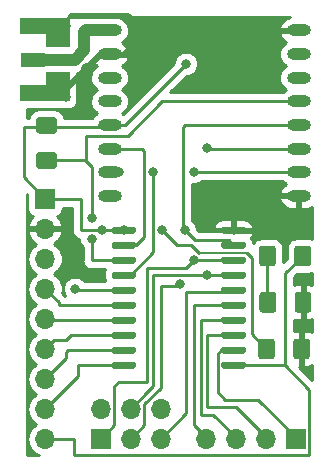
<source format=gbr>
%TF.GenerationSoftware,KiCad,Pcbnew,(5.99.0-1365-gd87daebb2)*%
%TF.CreationDate,2020-06-05T15:16:42+02:00*%
%TF.ProjectId,LORA_ATTINY_v3,4c4f5241-5f41-4545-9449-4e595f76332e,rev?*%
%TF.SameCoordinates,Original*%
%TF.FileFunction,Copper,L1,Top*%
%TF.FilePolarity,Positive*%
%FSLAX46Y46*%
G04 Gerber Fmt 4.6, Leading zero omitted, Abs format (unit mm)*
G04 Created by KiCad (PCBNEW (5.99.0-1365-gd87daebb2)) date 2020-06-05 15:16:42*
%MOMM*%
%LPD*%
G01*
G04 APERTURE LIST*
%TA.AperFunction,SMDPad,CuDef*%
%ADD10O,2.000000X1.000000*%
%TD*%
%TA.AperFunction,ComponentPad*%
%ADD11O,1.700000X1.700000*%
%TD*%
%TA.AperFunction,ComponentPad*%
%ADD12R,1.700000X1.700000*%
%TD*%
%TA.AperFunction,ComponentPad*%
%ADD13R,2.100000X1.200000*%
%TD*%
%TA.AperFunction,ViaPad*%
%ADD14C,0.800000*%
%TD*%
%TA.AperFunction,Conductor*%
%ADD15C,0.250000*%
%TD*%
%TA.AperFunction,Conductor*%
%ADD16C,0.500000*%
%TD*%
%TA.AperFunction,Conductor*%
%ADD17C,1.000000*%
%TD*%
%TA.AperFunction,Conductor*%
%ADD18C,0.200000*%
%TD*%
%TA.AperFunction,Conductor*%
%ADD19C,0.254000*%
%TD*%
G04 APERTURE END LIST*
D10*
%TO.P,RFM95,1,GND*%
%TO.N,GND*%
X112268000Y-46228000D03*
%TO.P,RFM95,2,MISO*%
%TO.N,MISO*%
X112268000Y-44228000D03*
%TO.P,RFM95,3,MOSI*%
%TO.N,MOSI*%
X112268000Y-42228000D03*
%TO.P,RFM95,4,SCK*%
%TO.N,SCK*%
X112268000Y-40228000D03*
%TO.P,RFM95,5,NSS*%
%TO.N,NSS*%
X112268000Y-38228000D03*
%TO.P,RFM95,6,RESET*%
%TO.N,N/C*%
X112268000Y-36228000D03*
%TO.P,RFM95,7,DIO5*%
X112268000Y-34228000D03*
%TO.P,RFM95,8,GND*%
%TO.N,GND*%
X112268000Y-32228000D03*
%TO.P,RFM95,9,ANT*%
%TO.N,Net-(ANT1-Pad1)*%
X96268000Y-32228000D03*
%TO.P,RFM95,10,GND*%
%TO.N,GND*%
X96268000Y-34228000D03*
%TO.P,RFM95,11,DIO3*%
%TO.N,N/C*%
X96268000Y-36228000D03*
%TO.P,RFM95,12,DIO4*%
X96268000Y-38228000D03*
%TO.P,RFM95,13,3.3V*%
%TO.N,+3V3*%
X96268000Y-40228000D03*
%TO.P,RFM95,14,DIO0*%
%TO.N,DIO0*%
X96268000Y-42228000D03*
%TO.P,RFM95,15,DIO1*%
%TO.N,DIO1*%
X96268000Y-44228000D03*
%TO.P,RFM95,16,DIO2*%
%TO.N,N/C*%
X96268000Y-46228000D03*
%TD*%
D11*
%TO.P,J2,4,Pin_4*%
%TO.N,PC3*%
X104394000Y-66802000D03*
%TO.P,J2,3,Pin_3*%
%TO.N,PC2*%
X106934000Y-66802000D03*
%TO.P,J2,2,Pin_2*%
%TO.N,PC1*%
X109474000Y-66802000D03*
D12*
%TO.P,J2,1,Pin_1*%
%TO.N,PC0*%
X112014000Y-66802000D03*
%TD*%
D11*
%TO.P,J1,9,Pin_9*%
%TO.N,PB0*%
X90805000Y-66802000D03*
%TO.P,J1,8,Pin_8*%
%TO.N,PB1*%
X90805000Y-64262000D03*
%TO.P,J1,7,Pin_7*%
%TO.N,PB2*%
X90805000Y-61722000D03*
%TO.P,J1,6,Pin_6*%
%TO.N,PB3*%
X90805000Y-59182000D03*
%TO.P,J1,5,Pin_5*%
%TO.N,PB4*%
X90805000Y-56642000D03*
%TO.P,J1,4,Pin_4*%
%TO.N,PB5*%
X90805000Y-54102000D03*
%TO.P,J1,3,Pin_3*%
%TO.N,PA7*%
X90805000Y-51562000D03*
%TO.P,J1,2,Pin_2*%
%TO.N,GND*%
X90805000Y-49022000D03*
D12*
%TO.P,J1,1,Pin_1*%
%TO.N,+3V3*%
X90805000Y-46482000D03*
%TD*%
%TO.P,C2,2*%
%TO.N,GND*%
%TA.AperFunction,SMDPad,CuDef*%
G36*
G01*
X111809500Y-59807000D02*
X111809500Y-58557000D01*
G75*
G02*
X112059500Y-58307000I250000J0D01*
G01*
X112984500Y-58307000D01*
G75*
G02*
X113234500Y-58557000I0J-250000D01*
G01*
X113234500Y-59807000D01*
G75*
G02*
X112984500Y-60057000I-250000J0D01*
G01*
X112059500Y-60057000D01*
G75*
G02*
X111809500Y-59807000I0J250000D01*
G01*
G37*
%TD.AperFunction*%
%TO.P,C2,1*%
%TO.N,+3V3*%
%TA.AperFunction,SMDPad,CuDef*%
G36*
G01*
X108834500Y-59807000D02*
X108834500Y-58557000D01*
G75*
G02*
X109084500Y-58307000I250000J0D01*
G01*
X110009500Y-58307000D01*
G75*
G02*
X110259500Y-58557000I0J-250000D01*
G01*
X110259500Y-59807000D01*
G75*
G02*
X110009500Y-60057000I-250000J0D01*
G01*
X109084500Y-60057000D01*
G75*
G02*
X108834500Y-59807000I0J250000D01*
G01*
G37*
%TD.AperFunction*%
%TD*%
%TO.P,U1,20,GND*%
%TO.N,GND*%
%TA.AperFunction,SMDPad,CuDef*%
G36*
G01*
X105733000Y-49299000D02*
X105733000Y-48999000D01*
G75*
G02*
X105883000Y-48849000I150000J0D01*
G01*
X107633000Y-48849000D01*
G75*
G02*
X107783000Y-48999000I0J-150000D01*
G01*
X107783000Y-49299000D01*
G75*
G02*
X107633000Y-49449000I-150000J0D01*
G01*
X105883000Y-49449000D01*
G75*
G02*
X105733000Y-49299000I0J150000D01*
G01*
G37*
%TD.AperFunction*%
%TO.P,U1,19,PA3*%
%TO.N,SCK*%
%TA.AperFunction,SMDPad,CuDef*%
G36*
G01*
X105733000Y-50569000D02*
X105733000Y-50269000D01*
G75*
G02*
X105883000Y-50119000I150000J0D01*
G01*
X107633000Y-50119000D01*
G75*
G02*
X107783000Y-50269000I0J-150000D01*
G01*
X107783000Y-50569000D01*
G75*
G02*
X107633000Y-50719000I-150000J0D01*
G01*
X105883000Y-50719000D01*
G75*
G02*
X105733000Y-50569000I0J150000D01*
G01*
G37*
%TD.AperFunction*%
%TO.P,U1,18,PA2*%
%TO.N,MISO*%
%TA.AperFunction,SMDPad,CuDef*%
G36*
G01*
X105733000Y-51839000D02*
X105733000Y-51539000D01*
G75*
G02*
X105883000Y-51389000I150000J0D01*
G01*
X107633000Y-51389000D01*
G75*
G02*
X107783000Y-51539000I0J-150000D01*
G01*
X107783000Y-51839000D01*
G75*
G02*
X107633000Y-51989000I-150000J0D01*
G01*
X105883000Y-51989000D01*
G75*
G02*
X105733000Y-51839000I0J150000D01*
G01*
G37*
%TD.AperFunction*%
%TO.P,U1,17,PA1*%
%TO.N,MOSI*%
%TA.AperFunction,SMDPad,CuDef*%
G36*
G01*
X105733000Y-53109000D02*
X105733000Y-52809000D01*
G75*
G02*
X105883000Y-52659000I150000J0D01*
G01*
X107633000Y-52659000D01*
G75*
G02*
X107783000Y-52809000I0J-150000D01*
G01*
X107783000Y-53109000D01*
G75*
G02*
X107633000Y-53259000I-150000J0D01*
G01*
X105883000Y-53259000D01*
G75*
G02*
X105733000Y-53109000I0J150000D01*
G01*
G37*
%TD.AperFunction*%
%TO.P,U1,16,~RESET~/PA0*%
%TO.N,RST*%
%TA.AperFunction,SMDPad,CuDef*%
G36*
G01*
X105733000Y-54379000D02*
X105733000Y-54079000D01*
G75*
G02*
X105883000Y-53929000I150000J0D01*
G01*
X107633000Y-53929000D01*
G75*
G02*
X107783000Y-54079000I0J-150000D01*
G01*
X107783000Y-54379000D01*
G75*
G02*
X107633000Y-54529000I-150000J0D01*
G01*
X105883000Y-54529000D01*
G75*
G02*
X105733000Y-54379000I0J150000D01*
G01*
G37*
%TD.AperFunction*%
%TO.P,U1,15,PC3*%
%TO.N,PC3*%
%TA.AperFunction,SMDPad,CuDef*%
G36*
G01*
X105733000Y-55649000D02*
X105733000Y-55349000D01*
G75*
G02*
X105883000Y-55199000I150000J0D01*
G01*
X107633000Y-55199000D01*
G75*
G02*
X107783000Y-55349000I0J-150000D01*
G01*
X107783000Y-55649000D01*
G75*
G02*
X107633000Y-55799000I-150000J0D01*
G01*
X105883000Y-55799000D01*
G75*
G02*
X105733000Y-55649000I0J150000D01*
G01*
G37*
%TD.AperFunction*%
%TO.P,U1,14,PC2*%
%TO.N,PC2*%
%TA.AperFunction,SMDPad,CuDef*%
G36*
G01*
X105733000Y-56919000D02*
X105733000Y-56619000D01*
G75*
G02*
X105883000Y-56469000I150000J0D01*
G01*
X107633000Y-56469000D01*
G75*
G02*
X107783000Y-56619000I0J-150000D01*
G01*
X107783000Y-56919000D01*
G75*
G02*
X107633000Y-57069000I-150000J0D01*
G01*
X105883000Y-57069000D01*
G75*
G02*
X105733000Y-56919000I0J150000D01*
G01*
G37*
%TD.AperFunction*%
%TO.P,U1,13,PC1*%
%TO.N,PC1*%
%TA.AperFunction,SMDPad,CuDef*%
G36*
G01*
X105733000Y-58189000D02*
X105733000Y-57889000D01*
G75*
G02*
X105883000Y-57739000I150000J0D01*
G01*
X107633000Y-57739000D01*
G75*
G02*
X107783000Y-57889000I0J-150000D01*
G01*
X107783000Y-58189000D01*
G75*
G02*
X107633000Y-58339000I-150000J0D01*
G01*
X105883000Y-58339000D01*
G75*
G02*
X105733000Y-58189000I0J150000D01*
G01*
G37*
%TD.AperFunction*%
%TO.P,U1,12,PC0*%
%TO.N,PC0*%
%TA.AperFunction,SMDPad,CuDef*%
G36*
G01*
X105733000Y-59459000D02*
X105733000Y-59159000D01*
G75*
G02*
X105883000Y-59009000I150000J0D01*
G01*
X107633000Y-59009000D01*
G75*
G02*
X107783000Y-59159000I0J-150000D01*
G01*
X107783000Y-59459000D01*
G75*
G02*
X107633000Y-59609000I-150000J0D01*
G01*
X105883000Y-59609000D01*
G75*
G02*
X105733000Y-59459000I0J150000D01*
G01*
G37*
%TD.AperFunction*%
%TO.P,U1,11,PB0*%
%TO.N,PB0*%
%TA.AperFunction,SMDPad,CuDef*%
G36*
G01*
X105733000Y-60729000D02*
X105733000Y-60429000D01*
G75*
G02*
X105883000Y-60279000I150000J0D01*
G01*
X107633000Y-60279000D01*
G75*
G02*
X107783000Y-60429000I0J-150000D01*
G01*
X107783000Y-60729000D01*
G75*
G02*
X107633000Y-60879000I-150000J0D01*
G01*
X105883000Y-60879000D01*
G75*
G02*
X105733000Y-60729000I0J150000D01*
G01*
G37*
%TD.AperFunction*%
%TO.P,U1,10,PB1*%
%TO.N,PB1*%
%TA.AperFunction,SMDPad,CuDef*%
G36*
G01*
X96433000Y-60729000D02*
X96433000Y-60429000D01*
G75*
G02*
X96583000Y-60279000I150000J0D01*
G01*
X98333000Y-60279000D01*
G75*
G02*
X98483000Y-60429000I0J-150000D01*
G01*
X98483000Y-60729000D01*
G75*
G02*
X98333000Y-60879000I-150000J0D01*
G01*
X96583000Y-60879000D01*
G75*
G02*
X96433000Y-60729000I0J150000D01*
G01*
G37*
%TD.AperFunction*%
%TO.P,U1,9,PB2*%
%TO.N,PB2*%
%TA.AperFunction,SMDPad,CuDef*%
G36*
G01*
X96433000Y-59459000D02*
X96433000Y-59159000D01*
G75*
G02*
X96583000Y-59009000I150000J0D01*
G01*
X98333000Y-59009000D01*
G75*
G02*
X98483000Y-59159000I0J-150000D01*
G01*
X98483000Y-59459000D01*
G75*
G02*
X98333000Y-59609000I-150000J0D01*
G01*
X96583000Y-59609000D01*
G75*
G02*
X96433000Y-59459000I0J150000D01*
G01*
G37*
%TD.AperFunction*%
%TO.P,U1,8,PB3*%
%TO.N,PB3*%
%TA.AperFunction,SMDPad,CuDef*%
G36*
G01*
X96433000Y-58189000D02*
X96433000Y-57889000D01*
G75*
G02*
X96583000Y-57739000I150000J0D01*
G01*
X98333000Y-57739000D01*
G75*
G02*
X98483000Y-57889000I0J-150000D01*
G01*
X98483000Y-58189000D01*
G75*
G02*
X98333000Y-58339000I-150000J0D01*
G01*
X96583000Y-58339000D01*
G75*
G02*
X96433000Y-58189000I0J150000D01*
G01*
G37*
%TD.AperFunction*%
%TO.P,U1,7,PB4*%
%TO.N,PB4*%
%TA.AperFunction,SMDPad,CuDef*%
G36*
G01*
X96433000Y-56919000D02*
X96433000Y-56619000D01*
G75*
G02*
X96583000Y-56469000I150000J0D01*
G01*
X98333000Y-56469000D01*
G75*
G02*
X98483000Y-56619000I0J-150000D01*
G01*
X98483000Y-56919000D01*
G75*
G02*
X98333000Y-57069000I-150000J0D01*
G01*
X96583000Y-57069000D01*
G75*
G02*
X96433000Y-56919000I0J150000D01*
G01*
G37*
%TD.AperFunction*%
%TO.P,U1,6,PB5*%
%TO.N,PB5*%
%TA.AperFunction,SMDPad,CuDef*%
G36*
G01*
X96433000Y-55649000D02*
X96433000Y-55349000D01*
G75*
G02*
X96583000Y-55199000I150000J0D01*
G01*
X98333000Y-55199000D01*
G75*
G02*
X98483000Y-55349000I0J-150000D01*
G01*
X98483000Y-55649000D01*
G75*
G02*
X98333000Y-55799000I-150000J0D01*
G01*
X96583000Y-55799000D01*
G75*
G02*
X96433000Y-55649000I0J150000D01*
G01*
G37*
%TD.AperFunction*%
%TO.P,U1,5,PA7*%
%TO.N,PA7*%
%TA.AperFunction,SMDPad,CuDef*%
G36*
G01*
X96433000Y-54379000D02*
X96433000Y-54079000D01*
G75*
G02*
X96583000Y-53929000I150000J0D01*
G01*
X98333000Y-53929000D01*
G75*
G02*
X98483000Y-54079000I0J-150000D01*
G01*
X98483000Y-54379000D01*
G75*
G02*
X98333000Y-54529000I-150000J0D01*
G01*
X96583000Y-54529000D01*
G75*
G02*
X96433000Y-54379000I0J150000D01*
G01*
G37*
%TD.AperFunction*%
%TO.P,U1,4,PA6*%
%TO.N,DIO1*%
%TA.AperFunction,SMDPad,CuDef*%
G36*
G01*
X96433000Y-53109000D02*
X96433000Y-52809000D01*
G75*
G02*
X96583000Y-52659000I150000J0D01*
G01*
X98333000Y-52659000D01*
G75*
G02*
X98483000Y-52809000I0J-150000D01*
G01*
X98483000Y-53109000D01*
G75*
G02*
X98333000Y-53259000I-150000J0D01*
G01*
X96583000Y-53259000D01*
G75*
G02*
X96433000Y-53109000I0J150000D01*
G01*
G37*
%TD.AperFunction*%
%TO.P,U1,3,PA5*%
%TO.N,NSS*%
%TA.AperFunction,SMDPad,CuDef*%
G36*
G01*
X96433000Y-51839000D02*
X96433000Y-51539000D01*
G75*
G02*
X96583000Y-51389000I150000J0D01*
G01*
X98333000Y-51389000D01*
G75*
G02*
X98483000Y-51539000I0J-150000D01*
G01*
X98483000Y-51839000D01*
G75*
G02*
X98333000Y-51989000I-150000J0D01*
G01*
X96583000Y-51989000D01*
G75*
G02*
X96433000Y-51839000I0J150000D01*
G01*
G37*
%TD.AperFunction*%
%TO.P,U1,2,PA4*%
%TO.N,DIO0*%
%TA.AperFunction,SMDPad,CuDef*%
G36*
G01*
X96433000Y-50569000D02*
X96433000Y-50269000D01*
G75*
G02*
X96583000Y-50119000I150000J0D01*
G01*
X98333000Y-50119000D01*
G75*
G02*
X98483000Y-50269000I0J-150000D01*
G01*
X98483000Y-50569000D01*
G75*
G02*
X98333000Y-50719000I-150000J0D01*
G01*
X96583000Y-50719000D01*
G75*
G02*
X96433000Y-50569000I0J150000D01*
G01*
G37*
%TD.AperFunction*%
%TO.P,U1,1,VCC*%
%TO.N,+3V3*%
%TA.AperFunction,SMDPad,CuDef*%
G36*
G01*
X96433000Y-49299000D02*
X96433000Y-48999000D01*
G75*
G02*
X96583000Y-48849000I150000J0D01*
G01*
X98333000Y-48849000D01*
G75*
G02*
X98483000Y-48999000I0J-150000D01*
G01*
X98483000Y-49299000D01*
G75*
G02*
X98333000Y-49449000I-150000J0D01*
G01*
X96583000Y-49449000D01*
G75*
G02*
X96433000Y-49299000I0J150000D01*
G01*
G37*
%TD.AperFunction*%
%TD*%
%TO.P,R2,2*%
%TO.N,+3V3*%
%TA.AperFunction,SMDPad,CuDef*%
G36*
G01*
X91557000Y-40971500D02*
X90307000Y-40971500D01*
G75*
G02*
X90057000Y-40721500I0J250000D01*
G01*
X90057000Y-39796500D01*
G75*
G02*
X90307000Y-39546500I250000J0D01*
G01*
X91557000Y-39546500D01*
G75*
G02*
X91807000Y-39796500I0J-250000D01*
G01*
X91807000Y-40721500D01*
G75*
G02*
X91557000Y-40971500I-250000J0D01*
G01*
G37*
%TD.AperFunction*%
%TO.P,R2,1*%
%TO.N,NSS*%
%TA.AperFunction,SMDPad,CuDef*%
G36*
G01*
X91557000Y-43946500D02*
X90307000Y-43946500D01*
G75*
G02*
X90057000Y-43696500I0J250000D01*
G01*
X90057000Y-42771500D01*
G75*
G02*
X90307000Y-42521500I250000J0D01*
G01*
X91557000Y-42521500D01*
G75*
G02*
X91807000Y-42771500I0J-250000D01*
G01*
X91807000Y-43696500D01*
G75*
G02*
X91557000Y-43946500I-250000J0D01*
G01*
G37*
%TD.AperFunction*%
%TD*%
%TO.P,R1,2*%
%TO.N,PB0*%
%TA.AperFunction,SMDPad,CuDef*%
G36*
G01*
X111900000Y-51933000D02*
X111900000Y-50683000D01*
G75*
G02*
X112150000Y-50433000I250000J0D01*
G01*
X113075000Y-50433000D01*
G75*
G02*
X113325000Y-50683000I0J-250000D01*
G01*
X113325000Y-51933000D01*
G75*
G02*
X113075000Y-52183000I-250000J0D01*
G01*
X112150000Y-52183000D01*
G75*
G02*
X111900000Y-51933000I0J250000D01*
G01*
G37*
%TD.AperFunction*%
%TO.P,R1,1*%
%TO.N,Net-(D1-Pad2)*%
%TA.AperFunction,SMDPad,CuDef*%
G36*
G01*
X108925000Y-51933000D02*
X108925000Y-50683000D01*
G75*
G02*
X109175000Y-50433000I250000J0D01*
G01*
X110100000Y-50433000D01*
G75*
G02*
X110350000Y-50683000I0J-250000D01*
G01*
X110350000Y-51933000D01*
G75*
G02*
X110100000Y-52183000I-250000J0D01*
G01*
X109175000Y-52183000D01*
G75*
G02*
X108925000Y-51933000I0J250000D01*
G01*
G37*
%TD.AperFunction*%
%TD*%
D11*
%TO.P,PRG1,6,Pin_6*%
%TO.N,GND*%
X100584000Y-64262000D03*
%TO.P,PRG1,5,Pin_5*%
%TO.N,RST*%
X100584000Y-66802000D03*
%TO.P,PRG1,4,Pin_4*%
%TO.N,MOSI*%
X98044000Y-64262000D03*
%TO.P,PRG1,3,Pin_3*%
%TO.N,SCK*%
X98044000Y-66802000D03*
%TO.P,PRG1,2,Pin_2*%
%TO.N,+3V3*%
X95504000Y-64262000D03*
D12*
%TO.P,PRG1,1,Pin_1*%
%TO.N,MISO*%
X95504000Y-66802000D03*
%TD*%
%TO.P,D1,2,A*%
%TO.N,Net-(D1-Pad2)*%
%TA.AperFunction,SMDPad,CuDef*%
G36*
G01*
X110386500Y-54620000D02*
X110386500Y-55870000D01*
G75*
G02*
X110136500Y-56120000I-250000J0D01*
G01*
X109211500Y-56120000D01*
G75*
G02*
X108961500Y-55870000I0J250000D01*
G01*
X108961500Y-54620000D01*
G75*
G02*
X109211500Y-54370000I250000J0D01*
G01*
X110136500Y-54370000D01*
G75*
G02*
X110386500Y-54620000I0J-250000D01*
G01*
G37*
%TD.AperFunction*%
%TO.P,D1,1,K*%
%TO.N,GND*%
%TA.AperFunction,SMDPad,CuDef*%
G36*
G01*
X113361500Y-54620000D02*
X113361500Y-55870000D01*
G75*
G02*
X113111500Y-56120000I-250000J0D01*
G01*
X112186500Y-56120000D01*
G75*
G02*
X111936500Y-55870000I0J250000D01*
G01*
X111936500Y-54620000D01*
G75*
G02*
X112186500Y-54370000I250000J0D01*
G01*
X113111500Y-54370000D01*
G75*
G02*
X113361500Y-54620000I0J-250000D01*
G01*
G37*
%TD.AperFunction*%
%TD*%
D13*
%TO.P,ANT1,1,A*%
%TO.N,Net-(ANT1-Pad1)*%
X89814400Y-34702000D03*
%TA.AperFunction,SMDPad,CuDef*%
%TO.P,ANT1,2*%
%TO.N,GND*%
G36*
X88705200Y-38201399D02*
G01*
X88705200Y-36851399D01*
X90905200Y-36851399D01*
X90905200Y-35751400D01*
X92905200Y-35751401D01*
X92905199Y-38201400D01*
X88705200Y-38201399D01*
G37*
%TD.AperFunction*%
%TA.AperFunction,SMDPad,CuDef*%
G36*
X90905200Y-33649719D02*
G01*
X90905200Y-32549719D01*
X88705200Y-32549719D01*
X88705200Y-31199720D01*
X92905200Y-31199721D01*
X92905199Y-33649720D01*
X90905200Y-33649719D01*
G37*
%TD.AperFunction*%
%TD*%
D14*
%TO.N,GND*%
X94234000Y-35433000D03*
%TO.N,DIO1*%
X97028000Y-44196000D03*
X99985999Y-44232999D03*
%TO.N,GND*%
X92583000Y-31877000D03*
X92583000Y-37846000D03*
%TO.N,+3V3*%
X102743000Y-35052000D03*
X90932000Y-40386000D03*
%TO.N,NSS*%
X94742000Y-49874000D03*
X94742000Y-48133000D03*
%TO.N,GND*%
X106807000Y-49149000D03*
X112268000Y-49149000D03*
X112649000Y-55245000D03*
X112649000Y-59182000D03*
%TO.N,+3V3*%
X95631000Y-49149000D03*
%TO.N,PA7*%
X93345000Y-54102000D03*
%TO.N,MOSI*%
X104521000Y-52959000D03*
X104521000Y-42164000D03*
%TO.N,MISO*%
X103378000Y-51689000D03*
X103378000Y-44196000D03*
%TO.N,+3V3*%
X97458000Y-49149000D03*
%TO.N,SCK*%
X102653000Y-49149000D03*
X102235000Y-53684000D03*
%TO.N,+3V3*%
X100711000Y-49149000D03*
%TD*%
D15*
%TO.N,PB0*%
X93218000Y-68199000D02*
X113157000Y-68199000D01*
X113157000Y-68199000D02*
X113189001Y-68166999D01*
X90805000Y-66802000D02*
X93218000Y-66802000D01*
X93218000Y-66802000D02*
X93218000Y-68199000D01*
X113189001Y-62643001D02*
X111125000Y-60579000D01*
X113189001Y-68166999D02*
X113189001Y-62643001D01*
%TO.N,DIO1*%
X96300000Y-44196000D02*
X96268000Y-44228000D01*
X96268000Y-44198000D02*
X96266000Y-44196000D01*
X96268000Y-44228000D02*
X96268000Y-44198000D01*
X99985999Y-51017001D02*
X99985999Y-44232999D01*
X98044000Y-52959000D02*
X99985999Y-51017001D01*
X97458000Y-52959000D02*
X98044000Y-52959000D01*
%TO.N,MISO*%
X99441000Y-52578000D02*
X99441000Y-52324000D01*
X98933000Y-61976000D02*
X99441000Y-61976000D01*
X102743000Y-52324000D02*
X103378000Y-51689000D01*
X99441000Y-61976000D02*
X99441000Y-52578000D01*
X99441000Y-52324000D02*
X102743000Y-52324000D01*
%TO.N,MOSI*%
X99949000Y-62357000D02*
X99949000Y-52959000D01*
X99441000Y-62865000D02*
X99949000Y-62357000D01*
X106758000Y-52959000D02*
X103251000Y-52959000D01*
X103251000Y-52959000D02*
X102997000Y-52959000D01*
X99949000Y-52959000D02*
X103251000Y-52959000D01*
%TO.N,PB2*%
X92710000Y-59309000D02*
X92583000Y-59436000D01*
X93091000Y-59309000D02*
X92710000Y-59309000D01*
X92583000Y-59436000D02*
X92583000Y-59944000D01*
X92583000Y-59944000D02*
X90805000Y-61722000D01*
%TO.N,PB1*%
X93599000Y-61468000D02*
X90805000Y-64262000D01*
%TO.N,PB2*%
X91313000Y-61214000D02*
X90805000Y-61722000D01*
%TO.N,PB3*%
X92583000Y-58420000D02*
X91567000Y-58420000D01*
X91567000Y-58420000D02*
X90805000Y-59182000D01*
%TO.N,PB4*%
X92456000Y-56769000D02*
X90932000Y-56769000D01*
X90932000Y-56769000D02*
X90805000Y-56642000D01*
%TO.N,PB5*%
X91948000Y-55499000D02*
X91948000Y-55245000D01*
X91948000Y-55245000D02*
X90805000Y-54102000D01*
%TO.N,MISO*%
X112268000Y-44228000D02*
X103410000Y-44228000D01*
X103410000Y-44228000D02*
X103378000Y-44196000D01*
%TO.N,MOSI*%
X112268000Y-42228000D02*
X104585000Y-42228000D01*
X104585000Y-42228000D02*
X104521000Y-42164000D01*
%TO.N,GND*%
X92583000Y-31369000D02*
X93014800Y-30937200D01*
X92583000Y-31877000D02*
X92583000Y-31369000D01*
X97344000Y-34228000D02*
X99263200Y-32308800D01*
X99263200Y-32308800D02*
X99344000Y-32228000D01*
D16*
X92964000Y-30988000D02*
X97840800Y-30988000D01*
D15*
X97891600Y-30937200D02*
X99263200Y-32308800D01*
X92583000Y-37846000D02*
X92583000Y-37211000D01*
D16*
X92583000Y-37211000D02*
X95566000Y-34228000D01*
D15*
X95566000Y-34228000D02*
X96268000Y-34228000D01*
X96268000Y-34228000D02*
X96201000Y-34228000D01*
X96268000Y-34228000D02*
X95768000Y-34228000D01*
D17*
%TO.N,Net-(ANT1-Pad1)*%
X94107000Y-33909000D02*
X94107000Y-32385000D01*
X89865200Y-34702000D02*
X93314000Y-34702000D01*
X93314000Y-34702000D02*
X94107000Y-33909000D01*
X94264000Y-32228000D02*
X96268000Y-32228000D01*
D15*
X94107000Y-32385000D02*
X94264000Y-32228000D01*
%TO.N,+3V3*%
X96237000Y-40259000D02*
X96268000Y-40228000D01*
X88996010Y-40386000D02*
X90932000Y-40386000D01*
X90805000Y-46482000D02*
X88996010Y-44673010D01*
X88996010Y-44673010D02*
X88996010Y-40386000D01*
X96110000Y-40386000D02*
X96268000Y-40228000D01*
X90932000Y-40386000D02*
X96110000Y-40386000D01*
X97567000Y-40228000D02*
X102743000Y-35052000D01*
X96268000Y-40228000D02*
X97567000Y-40228000D01*
X93853000Y-49149000D02*
X95631000Y-49149000D01*
X90805000Y-46482000D02*
X93853000Y-46482000D01*
X93853000Y-46482000D02*
X93853000Y-49149000D01*
%TO.N,GND*%
X99344000Y-32228000D02*
X112268000Y-32228000D01*
X96268000Y-34228000D02*
X97344000Y-34228000D01*
%TO.N,NSS*%
X94742000Y-51689000D02*
X97458000Y-51689000D01*
X94180000Y-43234000D02*
X94742000Y-43796000D01*
X94742000Y-43796000D02*
X94742000Y-48133000D01*
X94742000Y-49874000D02*
X94742000Y-51689000D01*
X93780000Y-43234000D02*
X94180000Y-43234000D01*
X90932000Y-43234000D02*
X93780000Y-43234000D01*
X94234000Y-43180000D02*
X94180000Y-43234000D01*
X100710000Y-38228000D02*
X97790000Y-41148000D01*
X112268000Y-38228000D02*
X100710000Y-38228000D01*
X94234000Y-41148000D02*
X94234000Y-43180000D01*
X97790000Y-41148000D02*
X94234000Y-41148000D01*
%TO.N,DIO0*%
X98483000Y-50419000D02*
X97458000Y-50419000D01*
X99187000Y-49715000D02*
X98483000Y-50419000D01*
X96268000Y-42228000D02*
X98996000Y-42228000D01*
X98996000Y-42228000D02*
X99187000Y-42419000D01*
%TO.N,GND*%
X112268000Y-49149000D02*
X112268000Y-46228000D01*
X106807000Y-49149000D02*
X112268000Y-49149000D01*
%TO.N,PB5*%
X97458000Y-55499000D02*
X91948000Y-55499000D01*
%TO.N,PB4*%
X97458000Y-56769000D02*
X92456000Y-56769000D01*
%TO.N,PB3*%
X97458000Y-58039000D02*
X92964000Y-58039000D01*
X92964000Y-58039000D02*
X92583000Y-58420000D01*
%TO.N,PB2*%
X97458000Y-59309000D02*
X93091000Y-59309000D01*
%TO.N,PB1*%
X93599000Y-60579000D02*
X93599000Y-61468000D01*
X97458000Y-60579000D02*
X93599000Y-60579000D01*
%TO.N,+3V3*%
X95631000Y-49149000D02*
X97458000Y-49149000D01*
%TO.N,PA7*%
X93472000Y-54229000D02*
X93345000Y-54102000D01*
X97458000Y-54229000D02*
X93472000Y-54229000D01*
%TO.N,MISO*%
X95504000Y-66802000D02*
X96679001Y-65626999D01*
X96679001Y-65626999D02*
X96679001Y-62324999D01*
X97028000Y-61976000D02*
X97756044Y-61976000D01*
X96679001Y-62324999D02*
X97028000Y-61976000D01*
X97756044Y-61976000D02*
X98933000Y-61976000D01*
%TO.N,MOSI*%
X99441000Y-62865000D02*
X98044000Y-64262000D01*
%TO.N,RST*%
X106631000Y-54356000D02*
X106758000Y-54229000D01*
X102743000Y-54356000D02*
X106631000Y-54356000D01*
X100584000Y-66802000D02*
X102743000Y-64643000D01*
X102743000Y-64643000D02*
X102743000Y-54356000D01*
%TO.N,SCK*%
X99219001Y-63887997D02*
X99219001Y-65626999D01*
X100584000Y-62522998D02*
X99219001Y-63887997D01*
X100584000Y-53848000D02*
X100584000Y-62522998D01*
X99219001Y-65626999D02*
X98044000Y-66802000D01*
%TO.N,MISO*%
X112236000Y-44196000D02*
X112268000Y-44228000D01*
%TO.N,PC3*%
X103378000Y-65659000D02*
X104394000Y-66675000D01*
X103378000Y-55499000D02*
X103378000Y-65659000D01*
X106758000Y-55499000D02*
X103378000Y-55499000D01*
%TO.N,PC2*%
X105029000Y-64770000D02*
X106934000Y-66675000D01*
X106758000Y-56769000D02*
X104013000Y-56769000D01*
X104013000Y-64770000D02*
X105029000Y-64770000D01*
X104013000Y-56769000D02*
X104013000Y-64770000D01*
%TO.N,PC1*%
X106934000Y-64135000D02*
X109474000Y-66675000D01*
X104521000Y-64135000D02*
X106934000Y-64135000D01*
X105733000Y-58039000D02*
X104521000Y-58039000D01*
X106758000Y-58039000D02*
X105733000Y-58039000D01*
X104521000Y-58039000D02*
X104521000Y-64135000D01*
%TO.N,PC0*%
X108839000Y-63500000D02*
X112014000Y-66675000D01*
X106045000Y-63500000D02*
X108839000Y-63500000D01*
X105407990Y-62862990D02*
X106045000Y-63500000D01*
X105407990Y-59634010D02*
X105407990Y-62862990D01*
X105733000Y-59309000D02*
X105407990Y-59634010D01*
X106758000Y-59309000D02*
X105733000Y-59309000D01*
%TO.N,PB0*%
X111125000Y-52795500D02*
X112612500Y-51308000D01*
X111125000Y-60579000D02*
X111125000Y-52795500D01*
X106758000Y-60579000D02*
X111125000Y-60579000D01*
%TO.N,Net-(D1-Pad2)*%
X109637500Y-54700500D02*
X109674000Y-54737000D01*
X109637500Y-51308000D02*
X109637500Y-54700500D01*
%TO.N,+3V3*%
X108331000Y-57023000D02*
X108331000Y-51566956D01*
%TO.N,MISO*%
X103378000Y-51689000D02*
X106758000Y-51689000D01*
%TO.N,MOSI*%
X112204000Y-42164000D02*
X112268000Y-42228000D01*
%TO.N,SCK*%
X112268000Y-40228000D02*
X102647000Y-40228000D01*
X102489000Y-40386000D02*
X102489000Y-48895000D01*
X102647000Y-40228000D02*
X102489000Y-40386000D01*
X102489000Y-48895000D02*
X102743000Y-49149000D01*
X100584000Y-53848000D02*
X102071000Y-53848000D01*
X102071000Y-53848000D02*
X102235000Y-53684000D01*
X106340000Y-50001000D02*
X106758000Y-50419000D01*
X103505000Y-50001000D02*
X106340000Y-50001000D01*
X102653000Y-49149000D02*
X103505000Y-50001000D01*
D18*
%TO.N,+3V3*%
X107818044Y-51054000D02*
X103816002Y-51054000D01*
D15*
X103181002Y-50419000D02*
X101981000Y-50419000D01*
X101981000Y-50419000D02*
X100711000Y-49149000D01*
X103816002Y-51054000D02*
X103181002Y-50419000D01*
X108331000Y-57966000D02*
X109547000Y-59182000D01*
X108331000Y-57023000D02*
X108331000Y-57966000D01*
X108331000Y-51460400D02*
X107924600Y-51054000D01*
X107924600Y-51054000D02*
X107818044Y-51054000D01*
X108331000Y-51566956D02*
X108331000Y-51460400D01*
%TO.N,DIO0*%
X99187000Y-42419000D02*
X99187000Y-49715000D01*
%TD*%
%TO.N,GND*%
G36*
X89313163Y-46066377D02*
G01*
X89313163Y-47340258D01*
X89315319Y-47356634D01*
X89390137Y-47635859D01*
X89402880Y-47660339D01*
X89533990Y-47816590D01*
X89550879Y-47830761D01*
X89725120Y-47931359D01*
X89745837Y-47938900D01*
X89782029Y-47945282D01*
X89657029Y-48073822D01*
X89650263Y-48082074D01*
X89513683Y-48280798D01*
X89508403Y-48290073D01*
X89407260Y-48508968D01*
X89403619Y-48519000D01*
X89329085Y-48795233D01*
X89404734Y-48894000D01*
X92197863Y-48894000D01*
X92273373Y-48804487D01*
X92247499Y-48653114D01*
X92244817Y-48642784D01*
X92164723Y-48415343D01*
X92160339Y-48405612D01*
X92043067Y-48194916D01*
X92037107Y-48186064D01*
X91886013Y-47998140D01*
X91878647Y-47990417D01*
X91816130Y-47935107D01*
X91958859Y-47896863D01*
X91983339Y-47884120D01*
X92139590Y-47753010D01*
X92153761Y-47736121D01*
X92254359Y-47561880D01*
X92261900Y-47541163D01*
X92295878Y-47348462D01*
X92296837Y-47337501D01*
X92296837Y-47243000D01*
X93092000Y-47243000D01*
X93092001Y-49089102D01*
X93084085Y-49139084D01*
X93084085Y-49158916D01*
X93118653Y-49377177D01*
X93124782Y-49396039D01*
X93225106Y-49592935D01*
X93236764Y-49608980D01*
X93393020Y-49765236D01*
X93409065Y-49776894D01*
X93605961Y-49877218D01*
X93624823Y-49883347D01*
X93706000Y-49896204D01*
X93706000Y-50002062D01*
X93708156Y-50018438D01*
X93774446Y-50265835D01*
X93780767Y-50281095D01*
X93908829Y-50502905D01*
X93918884Y-50516009D01*
X93981000Y-50578124D01*
X93981001Y-51629102D01*
X93973085Y-51679084D01*
X93973085Y-51698916D01*
X94007653Y-51917177D01*
X94013782Y-51936039D01*
X94114106Y-52132935D01*
X94125764Y-52148980D01*
X94282020Y-52305236D01*
X94298065Y-52316894D01*
X94494961Y-52417218D01*
X94513823Y-52423347D01*
X94672316Y-52448449D01*
X94732084Y-52457915D01*
X94751916Y-52457915D01*
X94801891Y-52450000D01*
X95888221Y-52450000D01*
X95831206Y-52568392D01*
X95825640Y-52586438D01*
X95793967Y-52796577D01*
X95793262Y-52805979D01*
X95793262Y-53113201D01*
X95794363Y-53124939D01*
X95843433Y-53384284D01*
X95850828Y-53404212D01*
X95887656Y-53468000D01*
X94174261Y-53468000D01*
X94168116Y-53459991D01*
X93987009Y-53278884D01*
X93973905Y-53268829D01*
X93752095Y-53140767D01*
X93736835Y-53134446D01*
X93489438Y-53068156D01*
X93473062Y-53066000D01*
X93216938Y-53066000D01*
X93200562Y-53068156D01*
X92953165Y-53134446D01*
X92937905Y-53140767D01*
X92716095Y-53268829D01*
X92702991Y-53278884D01*
X92521884Y-53459991D01*
X92511829Y-53473095D01*
X92383767Y-53694905D01*
X92377446Y-53710165D01*
X92311156Y-53957562D01*
X92309000Y-53973938D01*
X92309000Y-54230062D01*
X92311156Y-54246438D01*
X92377446Y-54493835D01*
X92383767Y-54509095D01*
X92511829Y-54730905D01*
X92517273Y-54738000D01*
X92517215Y-54738000D01*
X92414991Y-54635776D01*
X92246170Y-54466956D01*
X92285392Y-54261351D01*
X92286507Y-54250128D01*
X92289077Y-53982341D01*
X92288178Y-53971099D01*
X92247499Y-53733114D01*
X92244817Y-53722784D01*
X92164723Y-53495343D01*
X92160339Y-53485612D01*
X92043067Y-53274916D01*
X92037107Y-53266064D01*
X91886013Y-53078140D01*
X91878647Y-53070417D01*
X91698049Y-52910638D01*
X91689486Y-52904267D01*
X91572888Y-52831973D01*
X91666330Y-52776491D01*
X91675012Y-52770286D01*
X91858645Y-52614004D01*
X91866158Y-52606424D01*
X92020833Y-52421435D01*
X92026962Y-52412698D01*
X92148256Y-52204294D01*
X92152825Y-52194650D01*
X92237272Y-51968787D01*
X92240151Y-51958511D01*
X92285392Y-51721351D01*
X92286507Y-51710128D01*
X92289077Y-51442341D01*
X92288178Y-51431099D01*
X92247499Y-51193114D01*
X92244817Y-51182784D01*
X92164723Y-50955343D01*
X92160339Y-50945612D01*
X92043067Y-50734916D01*
X92037107Y-50726064D01*
X91886013Y-50538140D01*
X91878647Y-50530417D01*
X91698049Y-50370638D01*
X91689486Y-50364267D01*
X91572888Y-50291973D01*
X91666330Y-50236491D01*
X91675012Y-50230286D01*
X91858645Y-50074004D01*
X91866158Y-50066424D01*
X92020833Y-49881435D01*
X92026962Y-49872698D01*
X92148256Y-49664294D01*
X92152825Y-49654650D01*
X92237272Y-49428787D01*
X92240151Y-49418511D01*
X92273943Y-49241369D01*
X92198356Y-49150000D01*
X89407272Y-49150000D01*
X89331602Y-49246853D01*
X89394221Y-49498005D01*
X89397669Y-49508104D01*
X89494591Y-49728900D01*
X89499692Y-49738275D01*
X89632430Y-49939584D01*
X89639038Y-49947965D01*
X89803798Y-50124032D01*
X89811722Y-50131180D01*
X90003792Y-50276968D01*
X90012808Y-50282679D01*
X90029166Y-50291194D01*
X90028032Y-50291882D01*
X89833199Y-50433957D01*
X89825138Y-50440952D01*
X89657029Y-50613822D01*
X89650263Y-50622074D01*
X89513683Y-50820798D01*
X89508403Y-50830073D01*
X89407260Y-51048968D01*
X89403618Y-51059000D01*
X89340802Y-51291807D01*
X89338903Y-51302309D01*
X89316211Y-51542372D01*
X89316109Y-51553043D01*
X89334188Y-51793497D01*
X89335885Y-51804034D01*
X89394221Y-52038005D01*
X89397669Y-52048104D01*
X89494591Y-52268900D01*
X89499692Y-52278275D01*
X89632430Y-52479584D01*
X89639038Y-52487965D01*
X89803798Y-52664032D01*
X89811722Y-52671180D01*
X90003792Y-52816968D01*
X90012808Y-52822679D01*
X90029166Y-52831194D01*
X90028032Y-52831882D01*
X89833199Y-52973957D01*
X89825138Y-52980952D01*
X89657029Y-53153822D01*
X89650263Y-53162074D01*
X89513683Y-53360798D01*
X89508403Y-53370073D01*
X89407260Y-53588968D01*
X89403618Y-53599000D01*
X89340802Y-53831807D01*
X89338903Y-53842309D01*
X89316211Y-54082372D01*
X89316109Y-54093043D01*
X89334188Y-54333497D01*
X89335885Y-54344034D01*
X89394221Y-54578005D01*
X89397669Y-54588104D01*
X89494591Y-54808900D01*
X89499692Y-54818275D01*
X89632430Y-55019584D01*
X89639038Y-55027965D01*
X89803798Y-55204032D01*
X89811722Y-55211180D01*
X90003792Y-55356968D01*
X90012808Y-55362679D01*
X90029166Y-55371194D01*
X90028032Y-55371882D01*
X89833199Y-55513957D01*
X89825138Y-55520952D01*
X89657029Y-55693822D01*
X89650263Y-55702074D01*
X89513683Y-55900798D01*
X89508403Y-55910073D01*
X89407260Y-56128968D01*
X89403618Y-56139000D01*
X89340802Y-56371807D01*
X89338903Y-56382309D01*
X89316211Y-56622372D01*
X89316109Y-56633043D01*
X89334188Y-56873497D01*
X89335885Y-56884034D01*
X89394221Y-57118005D01*
X89397669Y-57128104D01*
X89494591Y-57348900D01*
X89499692Y-57358275D01*
X89632430Y-57559584D01*
X89639038Y-57567965D01*
X89803798Y-57744032D01*
X89811722Y-57751180D01*
X90003792Y-57896968D01*
X90012808Y-57902679D01*
X90029166Y-57911194D01*
X90028032Y-57911882D01*
X89833199Y-58053957D01*
X89825138Y-58060952D01*
X89657029Y-58233822D01*
X89650263Y-58242074D01*
X89513683Y-58440798D01*
X89508403Y-58450073D01*
X89407260Y-58668968D01*
X89403618Y-58679000D01*
X89340802Y-58911807D01*
X89338903Y-58922309D01*
X89316211Y-59162372D01*
X89316109Y-59173043D01*
X89334188Y-59413497D01*
X89335885Y-59424034D01*
X89394221Y-59658005D01*
X89397669Y-59668104D01*
X89494591Y-59888900D01*
X89499692Y-59898275D01*
X89632430Y-60099584D01*
X89639038Y-60107965D01*
X89803798Y-60284032D01*
X89811722Y-60291180D01*
X90003792Y-60436968D01*
X90012808Y-60442679D01*
X90029166Y-60451194D01*
X90028032Y-60451882D01*
X89833199Y-60593957D01*
X89825138Y-60600952D01*
X89657029Y-60773822D01*
X89650263Y-60782074D01*
X89513683Y-60980798D01*
X89508403Y-60990073D01*
X89407260Y-61208968D01*
X89403618Y-61219000D01*
X89340802Y-61451807D01*
X89338903Y-61462309D01*
X89316211Y-61702372D01*
X89316109Y-61713043D01*
X89334188Y-61953497D01*
X89335885Y-61964034D01*
X89394221Y-62198005D01*
X89397669Y-62208104D01*
X89494591Y-62428900D01*
X89499692Y-62438275D01*
X89632430Y-62639584D01*
X89639038Y-62647965D01*
X89803798Y-62824032D01*
X89811722Y-62831180D01*
X90003792Y-62976968D01*
X90012808Y-62982679D01*
X90029166Y-62991194D01*
X90028032Y-62991882D01*
X89833199Y-63133957D01*
X89825138Y-63140952D01*
X89657029Y-63313822D01*
X89650263Y-63322074D01*
X89513683Y-63520798D01*
X89508403Y-63530073D01*
X89407260Y-63748968D01*
X89403618Y-63759000D01*
X89340802Y-63991807D01*
X89338903Y-64002309D01*
X89316211Y-64242372D01*
X89316109Y-64253043D01*
X89334188Y-64493497D01*
X89335885Y-64504034D01*
X89394221Y-64738005D01*
X89397669Y-64748104D01*
X89494591Y-64968900D01*
X89499692Y-64978275D01*
X89632430Y-65179584D01*
X89639038Y-65187965D01*
X89803798Y-65364032D01*
X89811722Y-65371180D01*
X90003792Y-65516968D01*
X90012808Y-65522679D01*
X90029166Y-65531194D01*
X90028032Y-65531882D01*
X89833199Y-65673957D01*
X89825138Y-65680952D01*
X89657029Y-65853822D01*
X89650263Y-65862074D01*
X89513683Y-66060798D01*
X89508403Y-66070073D01*
X89407260Y-66288968D01*
X89403618Y-66299000D01*
X89340802Y-66531807D01*
X89338903Y-66542309D01*
X89316211Y-66782372D01*
X89316109Y-66793043D01*
X89334188Y-67033497D01*
X89335885Y-67044034D01*
X89394221Y-67278005D01*
X89397669Y-67288104D01*
X89494591Y-67508900D01*
X89499692Y-67518275D01*
X89632430Y-67719584D01*
X89639038Y-67727965D01*
X89803798Y-67904032D01*
X89811722Y-67911180D01*
X90003792Y-68056968D01*
X90012808Y-68062679D01*
X90226696Y-68174021D01*
X90236545Y-68178131D01*
X90304659Y-68200000D01*
X89280000Y-68200000D01*
X89280000Y-46033214D01*
X89313163Y-46066377D01*
G37*
D19*
X89313163Y-46066377D02*
X89313163Y-47340258D01*
X89315319Y-47356634D01*
X89390137Y-47635859D01*
X89402880Y-47660339D01*
X89533990Y-47816590D01*
X89550879Y-47830761D01*
X89725120Y-47931359D01*
X89745837Y-47938900D01*
X89782029Y-47945282D01*
X89657029Y-48073822D01*
X89650263Y-48082074D01*
X89513683Y-48280798D01*
X89508403Y-48290073D01*
X89407260Y-48508968D01*
X89403619Y-48519000D01*
X89329085Y-48795233D01*
X89404734Y-48894000D01*
X92197863Y-48894000D01*
X92273373Y-48804487D01*
X92247499Y-48653114D01*
X92244817Y-48642784D01*
X92164723Y-48415343D01*
X92160339Y-48405612D01*
X92043067Y-48194916D01*
X92037107Y-48186064D01*
X91886013Y-47998140D01*
X91878647Y-47990417D01*
X91816130Y-47935107D01*
X91958859Y-47896863D01*
X91983339Y-47884120D01*
X92139590Y-47753010D01*
X92153761Y-47736121D01*
X92254359Y-47561880D01*
X92261900Y-47541163D01*
X92295878Y-47348462D01*
X92296837Y-47337501D01*
X92296837Y-47243000D01*
X93092000Y-47243000D01*
X93092001Y-49089102D01*
X93084085Y-49139084D01*
X93084085Y-49158916D01*
X93118653Y-49377177D01*
X93124782Y-49396039D01*
X93225106Y-49592935D01*
X93236764Y-49608980D01*
X93393020Y-49765236D01*
X93409065Y-49776894D01*
X93605961Y-49877218D01*
X93624823Y-49883347D01*
X93706000Y-49896204D01*
X93706000Y-50002062D01*
X93708156Y-50018438D01*
X93774446Y-50265835D01*
X93780767Y-50281095D01*
X93908829Y-50502905D01*
X93918884Y-50516009D01*
X93981000Y-50578124D01*
X93981001Y-51629102D01*
X93973085Y-51679084D01*
X93973085Y-51698916D01*
X94007653Y-51917177D01*
X94013782Y-51936039D01*
X94114106Y-52132935D01*
X94125764Y-52148980D01*
X94282020Y-52305236D01*
X94298065Y-52316894D01*
X94494961Y-52417218D01*
X94513823Y-52423347D01*
X94672316Y-52448449D01*
X94732084Y-52457915D01*
X94751916Y-52457915D01*
X94801891Y-52450000D01*
X95888221Y-52450000D01*
X95831206Y-52568392D01*
X95825640Y-52586438D01*
X95793967Y-52796577D01*
X95793262Y-52805979D01*
X95793262Y-53113201D01*
X95794363Y-53124939D01*
X95843433Y-53384284D01*
X95850828Y-53404212D01*
X95887656Y-53468000D01*
X94174261Y-53468000D01*
X94168116Y-53459991D01*
X93987009Y-53278884D01*
X93973905Y-53268829D01*
X93752095Y-53140767D01*
X93736835Y-53134446D01*
X93489438Y-53068156D01*
X93473062Y-53066000D01*
X93216938Y-53066000D01*
X93200562Y-53068156D01*
X92953165Y-53134446D01*
X92937905Y-53140767D01*
X92716095Y-53268829D01*
X92702991Y-53278884D01*
X92521884Y-53459991D01*
X92511829Y-53473095D01*
X92383767Y-53694905D01*
X92377446Y-53710165D01*
X92311156Y-53957562D01*
X92309000Y-53973938D01*
X92309000Y-54230062D01*
X92311156Y-54246438D01*
X92377446Y-54493835D01*
X92383767Y-54509095D01*
X92511829Y-54730905D01*
X92517273Y-54738000D01*
X92517215Y-54738000D01*
X92414991Y-54635776D01*
X92246170Y-54466956D01*
X92285392Y-54261351D01*
X92286507Y-54250128D01*
X92289077Y-53982341D01*
X92288178Y-53971099D01*
X92247499Y-53733114D01*
X92244817Y-53722784D01*
X92164723Y-53495343D01*
X92160339Y-53485612D01*
X92043067Y-53274916D01*
X92037107Y-53266064D01*
X91886013Y-53078140D01*
X91878647Y-53070417D01*
X91698049Y-52910638D01*
X91689486Y-52904267D01*
X91572888Y-52831973D01*
X91666330Y-52776491D01*
X91675012Y-52770286D01*
X91858645Y-52614004D01*
X91866158Y-52606424D01*
X92020833Y-52421435D01*
X92026962Y-52412698D01*
X92148256Y-52204294D01*
X92152825Y-52194650D01*
X92237272Y-51968787D01*
X92240151Y-51958511D01*
X92285392Y-51721351D01*
X92286507Y-51710128D01*
X92289077Y-51442341D01*
X92288178Y-51431099D01*
X92247499Y-51193114D01*
X92244817Y-51182784D01*
X92164723Y-50955343D01*
X92160339Y-50945612D01*
X92043067Y-50734916D01*
X92037107Y-50726064D01*
X91886013Y-50538140D01*
X91878647Y-50530417D01*
X91698049Y-50370638D01*
X91689486Y-50364267D01*
X91572888Y-50291973D01*
X91666330Y-50236491D01*
X91675012Y-50230286D01*
X91858645Y-50074004D01*
X91866158Y-50066424D01*
X92020833Y-49881435D01*
X92026962Y-49872698D01*
X92148256Y-49664294D01*
X92152825Y-49654650D01*
X92237272Y-49428787D01*
X92240151Y-49418511D01*
X92273943Y-49241369D01*
X92198356Y-49150000D01*
X89407272Y-49150000D01*
X89331602Y-49246853D01*
X89394221Y-49498005D01*
X89397669Y-49508104D01*
X89494591Y-49728900D01*
X89499692Y-49738275D01*
X89632430Y-49939584D01*
X89639038Y-49947965D01*
X89803798Y-50124032D01*
X89811722Y-50131180D01*
X90003792Y-50276968D01*
X90012808Y-50282679D01*
X90029166Y-50291194D01*
X90028032Y-50291882D01*
X89833199Y-50433957D01*
X89825138Y-50440952D01*
X89657029Y-50613822D01*
X89650263Y-50622074D01*
X89513683Y-50820798D01*
X89508403Y-50830073D01*
X89407260Y-51048968D01*
X89403618Y-51059000D01*
X89340802Y-51291807D01*
X89338903Y-51302309D01*
X89316211Y-51542372D01*
X89316109Y-51553043D01*
X89334188Y-51793497D01*
X89335885Y-51804034D01*
X89394221Y-52038005D01*
X89397669Y-52048104D01*
X89494591Y-52268900D01*
X89499692Y-52278275D01*
X89632430Y-52479584D01*
X89639038Y-52487965D01*
X89803798Y-52664032D01*
X89811722Y-52671180D01*
X90003792Y-52816968D01*
X90012808Y-52822679D01*
X90029166Y-52831194D01*
X90028032Y-52831882D01*
X89833199Y-52973957D01*
X89825138Y-52980952D01*
X89657029Y-53153822D01*
X89650263Y-53162074D01*
X89513683Y-53360798D01*
X89508403Y-53370073D01*
X89407260Y-53588968D01*
X89403618Y-53599000D01*
X89340802Y-53831807D01*
X89338903Y-53842309D01*
X89316211Y-54082372D01*
X89316109Y-54093043D01*
X89334188Y-54333497D01*
X89335885Y-54344034D01*
X89394221Y-54578005D01*
X89397669Y-54588104D01*
X89494591Y-54808900D01*
X89499692Y-54818275D01*
X89632430Y-55019584D01*
X89639038Y-55027965D01*
X89803798Y-55204032D01*
X89811722Y-55211180D01*
X90003792Y-55356968D01*
X90012808Y-55362679D01*
X90029166Y-55371194D01*
X90028032Y-55371882D01*
X89833199Y-55513957D01*
X89825138Y-55520952D01*
X89657029Y-55693822D01*
X89650263Y-55702074D01*
X89513683Y-55900798D01*
X89508403Y-55910073D01*
X89407260Y-56128968D01*
X89403618Y-56139000D01*
X89340802Y-56371807D01*
X89338903Y-56382309D01*
X89316211Y-56622372D01*
X89316109Y-56633043D01*
X89334188Y-56873497D01*
X89335885Y-56884034D01*
X89394221Y-57118005D01*
X89397669Y-57128104D01*
X89494591Y-57348900D01*
X89499692Y-57358275D01*
X89632430Y-57559584D01*
X89639038Y-57567965D01*
X89803798Y-57744032D01*
X89811722Y-57751180D01*
X90003792Y-57896968D01*
X90012808Y-57902679D01*
X90029166Y-57911194D01*
X90028032Y-57911882D01*
X89833199Y-58053957D01*
X89825138Y-58060952D01*
X89657029Y-58233822D01*
X89650263Y-58242074D01*
X89513683Y-58440798D01*
X89508403Y-58450073D01*
X89407260Y-58668968D01*
X89403618Y-58679000D01*
X89340802Y-58911807D01*
X89338903Y-58922309D01*
X89316211Y-59162372D01*
X89316109Y-59173043D01*
X89334188Y-59413497D01*
X89335885Y-59424034D01*
X89394221Y-59658005D01*
X89397669Y-59668104D01*
X89494591Y-59888900D01*
X89499692Y-59898275D01*
X89632430Y-60099584D01*
X89639038Y-60107965D01*
X89803798Y-60284032D01*
X89811722Y-60291180D01*
X90003792Y-60436968D01*
X90012808Y-60442679D01*
X90029166Y-60451194D01*
X90028032Y-60451882D01*
X89833199Y-60593957D01*
X89825138Y-60600952D01*
X89657029Y-60773822D01*
X89650263Y-60782074D01*
X89513683Y-60980798D01*
X89508403Y-60990073D01*
X89407260Y-61208968D01*
X89403618Y-61219000D01*
X89340802Y-61451807D01*
X89338903Y-61462309D01*
X89316211Y-61702372D01*
X89316109Y-61713043D01*
X89334188Y-61953497D01*
X89335885Y-61964034D01*
X89394221Y-62198005D01*
X89397669Y-62208104D01*
X89494591Y-62428900D01*
X89499692Y-62438275D01*
X89632430Y-62639584D01*
X89639038Y-62647965D01*
X89803798Y-62824032D01*
X89811722Y-62831180D01*
X90003792Y-62976968D01*
X90012808Y-62982679D01*
X90029166Y-62991194D01*
X90028032Y-62991882D01*
X89833199Y-63133957D01*
X89825138Y-63140952D01*
X89657029Y-63313822D01*
X89650263Y-63322074D01*
X89513683Y-63520798D01*
X89508403Y-63530073D01*
X89407260Y-63748968D01*
X89403618Y-63759000D01*
X89340802Y-63991807D01*
X89338903Y-64002309D01*
X89316211Y-64242372D01*
X89316109Y-64253043D01*
X89334188Y-64493497D01*
X89335885Y-64504034D01*
X89394221Y-64738005D01*
X89397669Y-64748104D01*
X89494591Y-64968900D01*
X89499692Y-64978275D01*
X89632430Y-65179584D01*
X89639038Y-65187965D01*
X89803798Y-65364032D01*
X89811722Y-65371180D01*
X90003792Y-65516968D01*
X90012808Y-65522679D01*
X90029166Y-65531194D01*
X90028032Y-65531882D01*
X89833199Y-65673957D01*
X89825138Y-65680952D01*
X89657029Y-65853822D01*
X89650263Y-65862074D01*
X89513683Y-66060798D01*
X89508403Y-66070073D01*
X89407260Y-66288968D01*
X89403618Y-66299000D01*
X89340802Y-66531807D01*
X89338903Y-66542309D01*
X89316211Y-66782372D01*
X89316109Y-66793043D01*
X89334188Y-67033497D01*
X89335885Y-67044034D01*
X89394221Y-67278005D01*
X89397669Y-67288104D01*
X89494591Y-67508900D01*
X89499692Y-67518275D01*
X89632430Y-67719584D01*
X89639038Y-67727965D01*
X89803798Y-67904032D01*
X89811722Y-67911180D01*
X90003792Y-68056968D01*
X90012808Y-68062679D01*
X90226696Y-68174021D01*
X90236545Y-68178131D01*
X90304659Y-68200000D01*
X89280000Y-68200000D01*
X89280000Y-46033214D01*
X89313163Y-46066377D01*
G36*
X113412001Y-53789158D02*
G01*
X113368823Y-53769439D01*
X113351530Y-53764361D01*
X113122406Y-53731418D01*
X113113429Y-53730776D01*
X112850809Y-53730776D01*
X112777000Y-53804585D01*
X112776999Y-55043192D01*
X112777000Y-55043193D01*
X112776999Y-56685415D01*
X112850808Y-56759224D01*
X113115683Y-56759224D01*
X113129113Y-56757780D01*
X113412001Y-56696242D01*
X113412001Y-57784156D01*
X113241823Y-57706439D01*
X113224530Y-57701361D01*
X112995406Y-57668418D01*
X112986429Y-57667776D01*
X112723809Y-57667776D01*
X112650000Y-57741585D01*
X112650000Y-60622415D01*
X112723809Y-60696224D01*
X112988683Y-60696224D01*
X113002113Y-60694780D01*
X113337853Y-60621745D01*
X113358687Y-60613115D01*
X113412001Y-60578852D01*
X113412001Y-61789786D01*
X112318438Y-60696224D01*
X112320191Y-60696224D01*
X112394000Y-60622415D01*
X112394000Y-57741585D01*
X112320191Y-57667776D01*
X112055317Y-57667776D01*
X112041887Y-57669220D01*
X111886000Y-57703131D01*
X111886000Y-56700843D01*
X111929177Y-56720561D01*
X111946470Y-56725639D01*
X112175594Y-56758582D01*
X112184571Y-56759224D01*
X112447191Y-56759224D01*
X112521000Y-56685415D01*
X112521001Y-55446808D01*
X112521000Y-55446807D01*
X112521001Y-53804585D01*
X112447192Y-53730776D01*
X112182317Y-53730776D01*
X112168887Y-53732220D01*
X111886000Y-53793758D01*
X111886000Y-53110715D01*
X112174492Y-52822224D01*
X113079183Y-52822224D01*
X113092613Y-52820780D01*
X113412001Y-52751302D01*
X113412001Y-53789158D01*
G37*
X113412001Y-53789158D02*
X113368823Y-53769439D01*
X113351530Y-53764361D01*
X113122406Y-53731418D01*
X113113429Y-53730776D01*
X112850809Y-53730776D01*
X112777000Y-53804585D01*
X112776999Y-55043192D01*
X112777000Y-55043193D01*
X112776999Y-56685415D01*
X112850808Y-56759224D01*
X113115683Y-56759224D01*
X113129113Y-56757780D01*
X113412001Y-56696242D01*
X113412001Y-57784156D01*
X113241823Y-57706439D01*
X113224530Y-57701361D01*
X112995406Y-57668418D01*
X112986429Y-57667776D01*
X112723809Y-57667776D01*
X112650000Y-57741585D01*
X112650000Y-60622415D01*
X112723809Y-60696224D01*
X112988683Y-60696224D01*
X113002113Y-60694780D01*
X113337853Y-60621745D01*
X113358687Y-60613115D01*
X113412001Y-60578852D01*
X113412001Y-61789786D01*
X112318438Y-60696224D01*
X112320191Y-60696224D01*
X112394000Y-60622415D01*
X112394000Y-57741585D01*
X112320191Y-57667776D01*
X112055317Y-57667776D01*
X112041887Y-57669220D01*
X111886000Y-57703131D01*
X111886000Y-56700843D01*
X111929177Y-56720561D01*
X111946470Y-56725639D01*
X112175594Y-56758582D01*
X112184571Y-56759224D01*
X112447191Y-56759224D01*
X112521000Y-56685415D01*
X112521001Y-55446808D01*
X112521000Y-55446807D01*
X112521001Y-53804585D01*
X112447192Y-53730776D01*
X112182317Y-53730776D01*
X112168887Y-53732220D01*
X111886000Y-53793758D01*
X111886000Y-53110715D01*
X112174492Y-52822224D01*
X113079183Y-52822224D01*
X113092613Y-52820780D01*
X113412001Y-52751302D01*
X113412001Y-53789158D01*
G36*
X110949992Y-45020427D02*
G01*
X110958615Y-45029234D01*
X111119488Y-45164221D01*
X111129657Y-45171184D01*
X111233077Y-45228040D01*
X111142888Y-45275994D01*
X111132622Y-45282815D01*
X110969881Y-45415544D01*
X110961135Y-45424228D01*
X110827274Y-45586039D01*
X110820382Y-45596257D01*
X110720499Y-45780986D01*
X110715723Y-45792348D01*
X110652206Y-45997542D01*
X110727745Y-46100000D01*
X112066192Y-46100001D01*
X112066193Y-46100000D01*
X112396000Y-46100001D01*
X112395999Y-47288191D01*
X112469808Y-47362000D01*
X112820819Y-47362000D01*
X112826971Y-47361699D01*
X112983165Y-47346384D01*
X112995255Y-47343990D01*
X113196295Y-47283292D01*
X113207689Y-47278596D01*
X113393112Y-47180006D01*
X113403378Y-47173185D01*
X113412000Y-47166153D01*
X113412001Y-49868827D01*
X113332323Y-49832439D01*
X113315030Y-49827361D01*
X113085906Y-49794418D01*
X113076929Y-49793776D01*
X112145817Y-49793776D01*
X112132387Y-49795220D01*
X111796647Y-49868255D01*
X111775813Y-49876885D01*
X111575380Y-50005696D01*
X111561759Y-50017499D01*
X111407217Y-50195849D01*
X111397473Y-50211011D01*
X111299439Y-50425677D01*
X111294361Y-50442970D01*
X111261418Y-50672094D01*
X111260776Y-50681071D01*
X111260776Y-51583510D01*
X110989224Y-51855062D01*
X110989224Y-50678817D01*
X110987780Y-50665387D01*
X110914745Y-50329647D01*
X110906115Y-50308813D01*
X110777304Y-50108380D01*
X110765501Y-50094759D01*
X110587151Y-49940217D01*
X110571989Y-49930473D01*
X110357323Y-49832439D01*
X110340030Y-49827361D01*
X110110906Y-49794418D01*
X110101929Y-49793776D01*
X109170817Y-49793776D01*
X109157387Y-49795220D01*
X108821647Y-49868255D01*
X108800813Y-49876885D01*
X108600380Y-50005696D01*
X108586759Y-50017499D01*
X108432217Y-50195849D01*
X108422473Y-50211011D01*
X108416256Y-50224624D01*
X108372567Y-49993716D01*
X108365172Y-49973788D01*
X108255960Y-49784627D01*
X108252576Y-49780384D01*
X108279899Y-49750937D01*
X108290537Y-49735334D01*
X108384794Y-49539608D01*
X108390360Y-49521562D01*
X108414014Y-49364623D01*
X108338608Y-49277000D01*
X106595317Y-49277000D01*
X106587039Y-49272782D01*
X106568176Y-49266653D01*
X106518193Y-49258737D01*
X106470078Y-49243103D01*
X106450489Y-49240001D01*
X106395191Y-49240001D01*
X106395179Y-49240000D01*
X103820215Y-49240000D01*
X103689000Y-49108785D01*
X103689000Y-49020938D01*
X103686844Y-49004562D01*
X103667770Y-48933377D01*
X105101986Y-48933377D01*
X105177392Y-49021000D01*
X106556191Y-49021000D01*
X106630000Y-48947191D01*
X106630000Y-48283071D01*
X106886000Y-48283071D01*
X106886000Y-48947191D01*
X106959809Y-49021000D01*
X108335974Y-49021000D01*
X108411556Y-48929776D01*
X108372566Y-48723716D01*
X108365172Y-48703788D01*
X108255960Y-48514627D01*
X108244186Y-48499862D01*
X108084937Y-48352101D01*
X108069334Y-48341463D01*
X107873608Y-48247206D01*
X107855562Y-48241640D01*
X107645423Y-48209967D01*
X107636021Y-48209262D01*
X106959809Y-48209262D01*
X106886000Y-48283071D01*
X106630000Y-48283071D01*
X106556191Y-48209262D01*
X105878799Y-48209262D01*
X105867061Y-48210363D01*
X105607716Y-48259433D01*
X105587788Y-48266828D01*
X105398627Y-48376040D01*
X105383862Y-48387814D01*
X105236101Y-48547063D01*
X105225463Y-48562666D01*
X105131206Y-48758392D01*
X105125640Y-48776438D01*
X105101986Y-48933377D01*
X103667770Y-48933377D01*
X103620554Y-48757165D01*
X103614233Y-48741905D01*
X103486171Y-48520095D01*
X103476116Y-48506991D01*
X103295009Y-48325884D01*
X103281905Y-48315829D01*
X103250000Y-48297409D01*
X103250000Y-46457045D01*
X110653273Y-46457045D01*
X110709743Y-46648917D01*
X110714360Y-46660344D01*
X110811654Y-46846450D01*
X110818403Y-46856763D01*
X110949992Y-47020428D01*
X110958615Y-47029234D01*
X111119488Y-47164221D01*
X111129657Y-47171184D01*
X111313684Y-47272354D01*
X111325012Y-47277210D01*
X111525397Y-47340775D01*
X111537892Y-47343386D01*
X111711710Y-47361655D01*
X111718300Y-47362000D01*
X112066191Y-47362000D01*
X112140000Y-47288191D01*
X112140001Y-46429809D01*
X112066192Y-46356000D01*
X110728865Y-46355999D01*
X110653273Y-46457045D01*
X103250000Y-46457045D01*
X103250000Y-45232000D01*
X103506062Y-45232000D01*
X103522438Y-45229844D01*
X103769835Y-45163554D01*
X103785095Y-45157233D01*
X104006905Y-45029171D01*
X104020009Y-45019116D01*
X104050125Y-44989000D01*
X110924724Y-44989000D01*
X110949992Y-45020427D01*
G37*
X110949992Y-45020427D02*
X110958615Y-45029234D01*
X111119488Y-45164221D01*
X111129657Y-45171184D01*
X111233077Y-45228040D01*
X111142888Y-45275994D01*
X111132622Y-45282815D01*
X110969881Y-45415544D01*
X110961135Y-45424228D01*
X110827274Y-45586039D01*
X110820382Y-45596257D01*
X110720499Y-45780986D01*
X110715723Y-45792348D01*
X110652206Y-45997542D01*
X110727745Y-46100000D01*
X112066192Y-46100001D01*
X112066193Y-46100000D01*
X112396000Y-46100001D01*
X112395999Y-47288191D01*
X112469808Y-47362000D01*
X112820819Y-47362000D01*
X112826971Y-47361699D01*
X112983165Y-47346384D01*
X112995255Y-47343990D01*
X113196295Y-47283292D01*
X113207689Y-47278596D01*
X113393112Y-47180006D01*
X113403378Y-47173185D01*
X113412000Y-47166153D01*
X113412001Y-49868827D01*
X113332323Y-49832439D01*
X113315030Y-49827361D01*
X113085906Y-49794418D01*
X113076929Y-49793776D01*
X112145817Y-49793776D01*
X112132387Y-49795220D01*
X111796647Y-49868255D01*
X111775813Y-49876885D01*
X111575380Y-50005696D01*
X111561759Y-50017499D01*
X111407217Y-50195849D01*
X111397473Y-50211011D01*
X111299439Y-50425677D01*
X111294361Y-50442970D01*
X111261418Y-50672094D01*
X111260776Y-50681071D01*
X111260776Y-51583510D01*
X110989224Y-51855062D01*
X110989224Y-50678817D01*
X110987780Y-50665387D01*
X110914745Y-50329647D01*
X110906115Y-50308813D01*
X110777304Y-50108380D01*
X110765501Y-50094759D01*
X110587151Y-49940217D01*
X110571989Y-49930473D01*
X110357323Y-49832439D01*
X110340030Y-49827361D01*
X110110906Y-49794418D01*
X110101929Y-49793776D01*
X109170817Y-49793776D01*
X109157387Y-49795220D01*
X108821647Y-49868255D01*
X108800813Y-49876885D01*
X108600380Y-50005696D01*
X108586759Y-50017499D01*
X108432217Y-50195849D01*
X108422473Y-50211011D01*
X108416256Y-50224624D01*
X108372567Y-49993716D01*
X108365172Y-49973788D01*
X108255960Y-49784627D01*
X108252576Y-49780384D01*
X108279899Y-49750937D01*
X108290537Y-49735334D01*
X108384794Y-49539608D01*
X108390360Y-49521562D01*
X108414014Y-49364623D01*
X108338608Y-49277000D01*
X106595317Y-49277000D01*
X106587039Y-49272782D01*
X106568176Y-49266653D01*
X106518193Y-49258737D01*
X106470078Y-49243103D01*
X106450489Y-49240001D01*
X106395191Y-49240001D01*
X106395179Y-49240000D01*
X103820215Y-49240000D01*
X103689000Y-49108785D01*
X103689000Y-49020938D01*
X103686844Y-49004562D01*
X103667770Y-48933377D01*
X105101986Y-48933377D01*
X105177392Y-49021000D01*
X106556191Y-49021000D01*
X106630000Y-48947191D01*
X106630000Y-48283071D01*
X106886000Y-48283071D01*
X106886000Y-48947191D01*
X106959809Y-49021000D01*
X108335974Y-49021000D01*
X108411556Y-48929776D01*
X108372566Y-48723716D01*
X108365172Y-48703788D01*
X108255960Y-48514627D01*
X108244186Y-48499862D01*
X108084937Y-48352101D01*
X108069334Y-48341463D01*
X107873608Y-48247206D01*
X107855562Y-48241640D01*
X107645423Y-48209967D01*
X107636021Y-48209262D01*
X106959809Y-48209262D01*
X106886000Y-48283071D01*
X106630000Y-48283071D01*
X106556191Y-48209262D01*
X105878799Y-48209262D01*
X105867061Y-48210363D01*
X105607716Y-48259433D01*
X105587788Y-48266828D01*
X105398627Y-48376040D01*
X105383862Y-48387814D01*
X105236101Y-48547063D01*
X105225463Y-48562666D01*
X105131206Y-48758392D01*
X105125640Y-48776438D01*
X105101986Y-48933377D01*
X103667770Y-48933377D01*
X103620554Y-48757165D01*
X103614233Y-48741905D01*
X103486171Y-48520095D01*
X103476116Y-48506991D01*
X103295009Y-48325884D01*
X103281905Y-48315829D01*
X103250000Y-48297409D01*
X103250000Y-46457045D01*
X110653273Y-46457045D01*
X110709743Y-46648917D01*
X110714360Y-46660344D01*
X110811654Y-46846450D01*
X110818403Y-46856763D01*
X110949992Y-47020428D01*
X110958615Y-47029234D01*
X111119488Y-47164221D01*
X111129657Y-47171184D01*
X111313684Y-47272354D01*
X111325012Y-47277210D01*
X111525397Y-47340775D01*
X111537892Y-47343386D01*
X111711710Y-47361655D01*
X111718300Y-47362000D01*
X112066191Y-47362000D01*
X112140000Y-47288191D01*
X112140001Y-46429809D01*
X112066192Y-46356000D01*
X110728865Y-46355999D01*
X110653273Y-46457045D01*
X103250000Y-46457045D01*
X103250000Y-45232000D01*
X103506062Y-45232000D01*
X103522438Y-45229844D01*
X103769835Y-45163554D01*
X103785095Y-45157233D01*
X104006905Y-45029171D01*
X104020009Y-45019116D01*
X104050125Y-44989000D01*
X110924724Y-44989000D01*
X110949992Y-45020427D01*
G36*
X94811654Y-34846450D02*
G01*
X94818403Y-34856763D01*
X94949992Y-35020428D01*
X94958615Y-35029234D01*
X95119488Y-35164221D01*
X95129657Y-35171184D01*
X95233077Y-35228040D01*
X95142888Y-35275994D01*
X95132622Y-35282815D01*
X94969881Y-35415544D01*
X94961135Y-35424228D01*
X94827274Y-35586039D01*
X94820382Y-35596257D01*
X94720499Y-35780986D01*
X94715723Y-35792348D01*
X94653624Y-35992961D01*
X94651145Y-36005034D01*
X94629194Y-36213887D01*
X94629108Y-36226212D01*
X94648141Y-36435351D01*
X94650451Y-36447457D01*
X94709743Y-36648917D01*
X94714360Y-36660344D01*
X94811654Y-36846450D01*
X94818403Y-36856763D01*
X94949992Y-37020428D01*
X94958615Y-37029234D01*
X95119488Y-37164221D01*
X95129657Y-37171184D01*
X95233077Y-37228040D01*
X95142888Y-37275994D01*
X95132622Y-37282815D01*
X94969881Y-37415544D01*
X94961135Y-37424228D01*
X94827274Y-37586039D01*
X94820382Y-37596257D01*
X94720499Y-37780986D01*
X94715723Y-37792348D01*
X94653624Y-37992961D01*
X94651145Y-38005034D01*
X94629194Y-38213887D01*
X94629108Y-38226212D01*
X94648141Y-38435351D01*
X94650451Y-38447457D01*
X94709743Y-38648917D01*
X94714360Y-38660344D01*
X94811654Y-38846450D01*
X94818403Y-38856763D01*
X94949992Y-39020428D01*
X94958615Y-39029234D01*
X95119488Y-39164221D01*
X95129657Y-39171184D01*
X95233077Y-39228040D01*
X95142888Y-39275994D01*
X95132622Y-39282815D01*
X94969881Y-39415544D01*
X94961135Y-39424228D01*
X94827274Y-39586039D01*
X94820382Y-39596257D01*
X94804841Y-39625000D01*
X92411305Y-39625000D01*
X92371745Y-39443147D01*
X92363115Y-39422312D01*
X92234304Y-39221880D01*
X92222501Y-39208259D01*
X92044151Y-39053717D01*
X92028989Y-39043973D01*
X91814323Y-38945939D01*
X91797030Y-38940861D01*
X91567906Y-38907918D01*
X91558929Y-38907276D01*
X90302817Y-38907276D01*
X90289387Y-38908720D01*
X89953647Y-38981755D01*
X89932813Y-38990385D01*
X89732380Y-39119196D01*
X89718759Y-39130999D01*
X89564217Y-39309349D01*
X89554473Y-39324511D01*
X89456439Y-39539177D01*
X89451361Y-39556471D01*
X89441508Y-39625000D01*
X89280000Y-39625000D01*
X89280000Y-38840623D01*
X92911953Y-38840624D01*
X92925383Y-38839180D01*
X93156201Y-38788969D01*
X93177035Y-38780339D01*
X93316991Y-38690395D01*
X93330612Y-38678592D01*
X93438077Y-38554572D01*
X93447821Y-38539410D01*
X93515991Y-38390137D01*
X93521069Y-38372843D01*
X93543781Y-38214877D01*
X93544423Y-38205900D01*
X93544424Y-35818452D01*
X93579366Y-35814224D01*
X93594119Y-35810600D01*
X93615110Y-35802669D01*
X93637213Y-35798811D01*
X93651756Y-35794420D01*
X93743390Y-35754195D01*
X93837009Y-35718820D01*
X93850473Y-35711781D01*
X93868968Y-35699071D01*
X93889659Y-35689988D01*
X93903000Y-35682051D01*
X93975052Y-35626161D01*
X94064458Y-35564715D01*
X94075854Y-35554668D01*
X94141039Y-35481506D01*
X94799446Y-34823099D01*
X94811654Y-34846450D01*
G37*
X94811654Y-34846450D02*
X94818403Y-34856763D01*
X94949992Y-35020428D01*
X94958615Y-35029234D01*
X95119488Y-35164221D01*
X95129657Y-35171184D01*
X95233077Y-35228040D01*
X95142888Y-35275994D01*
X95132622Y-35282815D01*
X94969881Y-35415544D01*
X94961135Y-35424228D01*
X94827274Y-35586039D01*
X94820382Y-35596257D01*
X94720499Y-35780986D01*
X94715723Y-35792348D01*
X94653624Y-35992961D01*
X94651145Y-36005034D01*
X94629194Y-36213887D01*
X94629108Y-36226212D01*
X94648141Y-36435351D01*
X94650451Y-36447457D01*
X94709743Y-36648917D01*
X94714360Y-36660344D01*
X94811654Y-36846450D01*
X94818403Y-36856763D01*
X94949992Y-37020428D01*
X94958615Y-37029234D01*
X95119488Y-37164221D01*
X95129657Y-37171184D01*
X95233077Y-37228040D01*
X95142888Y-37275994D01*
X95132622Y-37282815D01*
X94969881Y-37415544D01*
X94961135Y-37424228D01*
X94827274Y-37586039D01*
X94820382Y-37596257D01*
X94720499Y-37780986D01*
X94715723Y-37792348D01*
X94653624Y-37992961D01*
X94651145Y-38005034D01*
X94629194Y-38213887D01*
X94629108Y-38226212D01*
X94648141Y-38435351D01*
X94650451Y-38447457D01*
X94709743Y-38648917D01*
X94714360Y-38660344D01*
X94811654Y-38846450D01*
X94818403Y-38856763D01*
X94949992Y-39020428D01*
X94958615Y-39029234D01*
X95119488Y-39164221D01*
X95129657Y-39171184D01*
X95233077Y-39228040D01*
X95142888Y-39275994D01*
X95132622Y-39282815D01*
X94969881Y-39415544D01*
X94961135Y-39424228D01*
X94827274Y-39586039D01*
X94820382Y-39596257D01*
X94804841Y-39625000D01*
X92411305Y-39625000D01*
X92371745Y-39443147D01*
X92363115Y-39422312D01*
X92234304Y-39221880D01*
X92222501Y-39208259D01*
X92044151Y-39053717D01*
X92028989Y-39043973D01*
X91814323Y-38945939D01*
X91797030Y-38940861D01*
X91567906Y-38907918D01*
X91558929Y-38907276D01*
X90302817Y-38907276D01*
X90289387Y-38908720D01*
X89953647Y-38981755D01*
X89932813Y-38990385D01*
X89732380Y-39119196D01*
X89718759Y-39130999D01*
X89564217Y-39309349D01*
X89554473Y-39324511D01*
X89456439Y-39539177D01*
X89451361Y-39556471D01*
X89441508Y-39625000D01*
X89280000Y-39625000D01*
X89280000Y-38840623D01*
X92911953Y-38840624D01*
X92925383Y-38839180D01*
X93156201Y-38788969D01*
X93177035Y-38780339D01*
X93316991Y-38690395D01*
X93330612Y-38678592D01*
X93438077Y-38554572D01*
X93447821Y-38539410D01*
X93515991Y-38390137D01*
X93521069Y-38372843D01*
X93543781Y-38214877D01*
X93544423Y-38205900D01*
X93544424Y-35818452D01*
X93579366Y-35814224D01*
X93594119Y-35810600D01*
X93615110Y-35802669D01*
X93637213Y-35798811D01*
X93651756Y-35794420D01*
X93743390Y-35754195D01*
X93837009Y-35718820D01*
X93850473Y-35711781D01*
X93868968Y-35699071D01*
X93889659Y-35689988D01*
X93903000Y-35682051D01*
X93975052Y-35626161D01*
X94064458Y-35564715D01*
X94075854Y-35554668D01*
X94141039Y-35481506D01*
X94799446Y-34823099D01*
X94811654Y-34846450D01*
G36*
X111339705Y-31172708D02*
G01*
X111328311Y-31177404D01*
X111142888Y-31275994D01*
X111132622Y-31282815D01*
X110969881Y-31415544D01*
X110961135Y-31424228D01*
X110827274Y-31586039D01*
X110820382Y-31596257D01*
X110720499Y-31780986D01*
X110715723Y-31792348D01*
X110652206Y-31997542D01*
X110727745Y-32100000D01*
X112396000Y-32100001D01*
X112395999Y-32356000D01*
X110728865Y-32355999D01*
X110653273Y-32457045D01*
X110709743Y-32648917D01*
X110714360Y-32660344D01*
X110811654Y-32846450D01*
X110818403Y-32856763D01*
X110949992Y-33020428D01*
X110958615Y-33029234D01*
X111119488Y-33164221D01*
X111129657Y-33171184D01*
X111233077Y-33228040D01*
X111142888Y-33275994D01*
X111132622Y-33282815D01*
X110969881Y-33415544D01*
X110961135Y-33424228D01*
X110827274Y-33586039D01*
X110820382Y-33596257D01*
X110720499Y-33780986D01*
X110715723Y-33792348D01*
X110653624Y-33992961D01*
X110651145Y-34005034D01*
X110629194Y-34213887D01*
X110629108Y-34226212D01*
X110648141Y-34435351D01*
X110650451Y-34447457D01*
X110709743Y-34648917D01*
X110714360Y-34660344D01*
X110811654Y-34846450D01*
X110818403Y-34856763D01*
X110949992Y-35020428D01*
X110958615Y-35029234D01*
X111119488Y-35164221D01*
X111129657Y-35171184D01*
X111233077Y-35228040D01*
X111142888Y-35275994D01*
X111132622Y-35282815D01*
X110969881Y-35415544D01*
X110961135Y-35424228D01*
X110827274Y-35586039D01*
X110820382Y-35596257D01*
X110720499Y-35780986D01*
X110715723Y-35792348D01*
X110653624Y-35992961D01*
X110651145Y-36005034D01*
X110629194Y-36213887D01*
X110629108Y-36226212D01*
X110648141Y-36435351D01*
X110650451Y-36447457D01*
X110709743Y-36648917D01*
X110714360Y-36660344D01*
X110811654Y-36846450D01*
X110818403Y-36856763D01*
X110949992Y-37020428D01*
X110958615Y-37029234D01*
X111119488Y-37164221D01*
X111129657Y-37171184D01*
X111233077Y-37228040D01*
X111142888Y-37275994D01*
X111132622Y-37282815D01*
X110969881Y-37415544D01*
X110961135Y-37424229D01*
X110925752Y-37467000D01*
X101404215Y-37467000D01*
X102783216Y-36088000D01*
X102871062Y-36088000D01*
X102887438Y-36085844D01*
X103134835Y-36019554D01*
X103150095Y-36013233D01*
X103371905Y-35885171D01*
X103385009Y-35875116D01*
X103566116Y-35694009D01*
X103576171Y-35680905D01*
X103704233Y-35459095D01*
X103710554Y-35443835D01*
X103776844Y-35196438D01*
X103779000Y-35180062D01*
X103779000Y-34923938D01*
X103776844Y-34907562D01*
X103710554Y-34660165D01*
X103704233Y-34644905D01*
X103576171Y-34423095D01*
X103566116Y-34409991D01*
X103385009Y-34228884D01*
X103371905Y-34218829D01*
X103150095Y-34090767D01*
X103134835Y-34084446D01*
X102887438Y-34018156D01*
X102871062Y-34016000D01*
X102614938Y-34016000D01*
X102598562Y-34018156D01*
X102351165Y-34084446D01*
X102335905Y-34090767D01*
X102114095Y-34218829D01*
X102100991Y-34228884D01*
X101919884Y-34409991D01*
X101909829Y-34423095D01*
X101781767Y-34644905D01*
X101775446Y-34660165D01*
X101709156Y-34907562D01*
X101707000Y-34923938D01*
X101707000Y-35011784D01*
X97422219Y-39296567D01*
X97416512Y-39291779D01*
X97406343Y-39284816D01*
X97302923Y-39227960D01*
X97393112Y-39180006D01*
X97403378Y-39173185D01*
X97566119Y-39040456D01*
X97574865Y-39031772D01*
X97708726Y-38869961D01*
X97715618Y-38859743D01*
X97815501Y-38675014D01*
X97820277Y-38663652D01*
X97882376Y-38463039D01*
X97884855Y-38450966D01*
X97906806Y-38242113D01*
X97906892Y-38229788D01*
X97887859Y-38020649D01*
X97885549Y-38008543D01*
X97826257Y-37807083D01*
X97821640Y-37795656D01*
X97724346Y-37609550D01*
X97717597Y-37599237D01*
X97586008Y-37435572D01*
X97577385Y-37426766D01*
X97416512Y-37291779D01*
X97406343Y-37284816D01*
X97302923Y-37227960D01*
X97393112Y-37180006D01*
X97403378Y-37173185D01*
X97566119Y-37040456D01*
X97574865Y-37031772D01*
X97708726Y-36869961D01*
X97715618Y-36859743D01*
X97815501Y-36675014D01*
X97820277Y-36663652D01*
X97882376Y-36463039D01*
X97884855Y-36450966D01*
X97906806Y-36242113D01*
X97906892Y-36229788D01*
X97887859Y-36020649D01*
X97885549Y-36008543D01*
X97826257Y-35807083D01*
X97821640Y-35795656D01*
X97724346Y-35609550D01*
X97717597Y-35599237D01*
X97586008Y-35435572D01*
X97577385Y-35426766D01*
X97416512Y-35291779D01*
X97406343Y-35284816D01*
X97302923Y-35227960D01*
X97393112Y-35180006D01*
X97403378Y-35173185D01*
X97566119Y-35040456D01*
X97574865Y-35031772D01*
X97708726Y-34869961D01*
X97715618Y-34859743D01*
X97815501Y-34675014D01*
X97820277Y-34663652D01*
X97883794Y-34458458D01*
X97808255Y-34356000D01*
X96140000Y-34355999D01*
X96140001Y-34100000D01*
X97807135Y-34100001D01*
X97882727Y-33998955D01*
X97826257Y-33807083D01*
X97821640Y-33795656D01*
X97724346Y-33609550D01*
X97717597Y-33599237D01*
X97586008Y-33435572D01*
X97577385Y-33426766D01*
X97416512Y-33291779D01*
X97406343Y-33284816D01*
X97302923Y-33227960D01*
X97393112Y-33180006D01*
X97403378Y-33173185D01*
X97566119Y-33040456D01*
X97574865Y-33031772D01*
X97708726Y-32869961D01*
X97715618Y-32859743D01*
X97815501Y-32675014D01*
X97820277Y-32663652D01*
X97882376Y-32463039D01*
X97884855Y-32450966D01*
X97906806Y-32242113D01*
X97906892Y-32229788D01*
X97887859Y-32020649D01*
X97885549Y-32008543D01*
X97826257Y-31807083D01*
X97821640Y-31795656D01*
X97724346Y-31609550D01*
X97717597Y-31599237D01*
X97586008Y-31435572D01*
X97577385Y-31426766D01*
X97416512Y-31291779D01*
X97406343Y-31284816D01*
X97222316Y-31183646D01*
X97210988Y-31178790D01*
X97010603Y-31115225D01*
X97004741Y-31114000D01*
X111534154Y-31114000D01*
X111339705Y-31172708D01*
G37*
X111339705Y-31172708D02*
X111328311Y-31177404D01*
X111142888Y-31275994D01*
X111132622Y-31282815D01*
X110969881Y-31415544D01*
X110961135Y-31424228D01*
X110827274Y-31586039D01*
X110820382Y-31596257D01*
X110720499Y-31780986D01*
X110715723Y-31792348D01*
X110652206Y-31997542D01*
X110727745Y-32100000D01*
X112396000Y-32100001D01*
X112395999Y-32356000D01*
X110728865Y-32355999D01*
X110653273Y-32457045D01*
X110709743Y-32648917D01*
X110714360Y-32660344D01*
X110811654Y-32846450D01*
X110818403Y-32856763D01*
X110949992Y-33020428D01*
X110958615Y-33029234D01*
X111119488Y-33164221D01*
X111129657Y-33171184D01*
X111233077Y-33228040D01*
X111142888Y-33275994D01*
X111132622Y-33282815D01*
X110969881Y-33415544D01*
X110961135Y-33424228D01*
X110827274Y-33586039D01*
X110820382Y-33596257D01*
X110720499Y-33780986D01*
X110715723Y-33792348D01*
X110653624Y-33992961D01*
X110651145Y-34005034D01*
X110629194Y-34213887D01*
X110629108Y-34226212D01*
X110648141Y-34435351D01*
X110650451Y-34447457D01*
X110709743Y-34648917D01*
X110714360Y-34660344D01*
X110811654Y-34846450D01*
X110818403Y-34856763D01*
X110949992Y-35020428D01*
X110958615Y-35029234D01*
X111119488Y-35164221D01*
X111129657Y-35171184D01*
X111233077Y-35228040D01*
X111142888Y-35275994D01*
X111132622Y-35282815D01*
X110969881Y-35415544D01*
X110961135Y-35424228D01*
X110827274Y-35586039D01*
X110820382Y-35596257D01*
X110720499Y-35780986D01*
X110715723Y-35792348D01*
X110653624Y-35992961D01*
X110651145Y-36005034D01*
X110629194Y-36213887D01*
X110629108Y-36226212D01*
X110648141Y-36435351D01*
X110650451Y-36447457D01*
X110709743Y-36648917D01*
X110714360Y-36660344D01*
X110811654Y-36846450D01*
X110818403Y-36856763D01*
X110949992Y-37020428D01*
X110958615Y-37029234D01*
X111119488Y-37164221D01*
X111129657Y-37171184D01*
X111233077Y-37228040D01*
X111142888Y-37275994D01*
X111132622Y-37282815D01*
X110969881Y-37415544D01*
X110961135Y-37424229D01*
X110925752Y-37467000D01*
X101404215Y-37467000D01*
X102783216Y-36088000D01*
X102871062Y-36088000D01*
X102887438Y-36085844D01*
X103134835Y-36019554D01*
X103150095Y-36013233D01*
X103371905Y-35885171D01*
X103385009Y-35875116D01*
X103566116Y-35694009D01*
X103576171Y-35680905D01*
X103704233Y-35459095D01*
X103710554Y-35443835D01*
X103776844Y-35196438D01*
X103779000Y-35180062D01*
X103779000Y-34923938D01*
X103776844Y-34907562D01*
X103710554Y-34660165D01*
X103704233Y-34644905D01*
X103576171Y-34423095D01*
X103566116Y-34409991D01*
X103385009Y-34228884D01*
X103371905Y-34218829D01*
X103150095Y-34090767D01*
X103134835Y-34084446D01*
X102887438Y-34018156D01*
X102871062Y-34016000D01*
X102614938Y-34016000D01*
X102598562Y-34018156D01*
X102351165Y-34084446D01*
X102335905Y-34090767D01*
X102114095Y-34218829D01*
X102100991Y-34228884D01*
X101919884Y-34409991D01*
X101909829Y-34423095D01*
X101781767Y-34644905D01*
X101775446Y-34660165D01*
X101709156Y-34907562D01*
X101707000Y-34923938D01*
X101707000Y-35011784D01*
X97422219Y-39296567D01*
X97416512Y-39291779D01*
X97406343Y-39284816D01*
X97302923Y-39227960D01*
X97393112Y-39180006D01*
X97403378Y-39173185D01*
X97566119Y-39040456D01*
X97574865Y-39031772D01*
X97708726Y-38869961D01*
X97715618Y-38859743D01*
X97815501Y-38675014D01*
X97820277Y-38663652D01*
X97882376Y-38463039D01*
X97884855Y-38450966D01*
X97906806Y-38242113D01*
X97906892Y-38229788D01*
X97887859Y-38020649D01*
X97885549Y-38008543D01*
X97826257Y-37807083D01*
X97821640Y-37795656D01*
X97724346Y-37609550D01*
X97717597Y-37599237D01*
X97586008Y-37435572D01*
X97577385Y-37426766D01*
X97416512Y-37291779D01*
X97406343Y-37284816D01*
X97302923Y-37227960D01*
X97393112Y-37180006D01*
X97403378Y-37173185D01*
X97566119Y-37040456D01*
X97574865Y-37031772D01*
X97708726Y-36869961D01*
X97715618Y-36859743D01*
X97815501Y-36675014D01*
X97820277Y-36663652D01*
X97882376Y-36463039D01*
X97884855Y-36450966D01*
X97906806Y-36242113D01*
X97906892Y-36229788D01*
X97887859Y-36020649D01*
X97885549Y-36008543D01*
X97826257Y-35807083D01*
X97821640Y-35795656D01*
X97724346Y-35609550D01*
X97717597Y-35599237D01*
X97586008Y-35435572D01*
X97577385Y-35426766D01*
X97416512Y-35291779D01*
X97406343Y-35284816D01*
X97302923Y-35227960D01*
X97393112Y-35180006D01*
X97403378Y-35173185D01*
X97566119Y-35040456D01*
X97574865Y-35031772D01*
X97708726Y-34869961D01*
X97715618Y-34859743D01*
X97815501Y-34675014D01*
X97820277Y-34663652D01*
X97883794Y-34458458D01*
X97808255Y-34356000D01*
X96140000Y-34355999D01*
X96140001Y-34100000D01*
X97807135Y-34100001D01*
X97882727Y-33998955D01*
X97826257Y-33807083D01*
X97821640Y-33795656D01*
X97724346Y-33609550D01*
X97717597Y-33599237D01*
X97586008Y-33435572D01*
X97577385Y-33426766D01*
X97416512Y-33291779D01*
X97406343Y-33284816D01*
X97302923Y-33227960D01*
X97393112Y-33180006D01*
X97403378Y-33173185D01*
X97566119Y-33040456D01*
X97574865Y-33031772D01*
X97708726Y-32869961D01*
X97715618Y-32859743D01*
X97815501Y-32675014D01*
X97820277Y-32663652D01*
X97882376Y-32463039D01*
X97884855Y-32450966D01*
X97906806Y-32242113D01*
X97906892Y-32229788D01*
X97887859Y-32020649D01*
X97885549Y-32008543D01*
X97826257Y-31807083D01*
X97821640Y-31795656D01*
X97724346Y-31609550D01*
X97717597Y-31599237D01*
X97586008Y-31435572D01*
X97577385Y-31426766D01*
X97416512Y-31291779D01*
X97406343Y-31284816D01*
X97222316Y-31183646D01*
X97210988Y-31178790D01*
X97010603Y-31115225D01*
X97004741Y-31114000D01*
X111534154Y-31114000D01*
X111339705Y-31172708D01*
%TD*%
M02*

</source>
